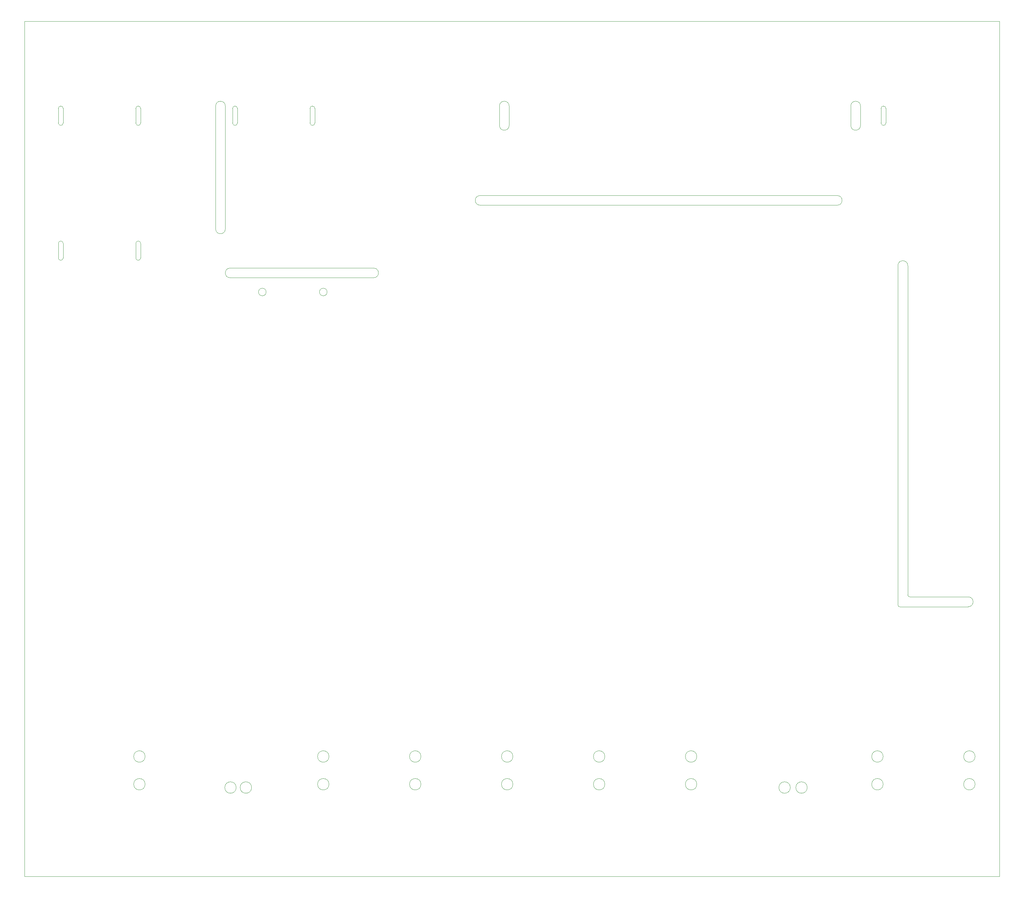
<source format=gm1>
G04 #@! TF.GenerationSoftware,KiCad,Pcbnew,(5.1.6)-1*
G04 #@! TF.CreationDate,2023-01-22T17:07:03+01:00*
G04 #@! TF.ProjectId,central-control-unit,63656e74-7261-46c2-9d63-6f6e74726f6c,rev?*
G04 #@! TF.SameCoordinates,Original*
G04 #@! TF.FileFunction,Profile,NP*
%FSLAX46Y46*%
G04 Gerber Fmt 4.6, Leading zero omitted, Abs format (unit mm)*
G04 Created by KiCad (PCBNEW (5.1.6)-1) date 2023-01-22 17:07:03*
%MOMM*%
%LPD*%
G01*
G04 APERTURE LIST*
G04 #@! TA.AperFunction,Profile*
%ADD10C,0.050000*%
G04 #@! TD*
G04 APERTURE END LIST*
D10*
X135445500Y-55245000D02*
X135445500Y-50165000D01*
X137985500Y-50165000D02*
X137985500Y-55245000D01*
X135445500Y-50165000D02*
G75*
G02*
X137985500Y-50165000I1270000J0D01*
G01*
X137985500Y-55245000D02*
G75*
G02*
X135445500Y-55245000I-1270000J0D01*
G01*
X102425500Y-92710000D02*
G75*
G02*
X102425500Y-95250000I0J-1270000D01*
G01*
X90216500Y-98993500D02*
G75*
G03*
X90216500Y-98993500I-1000000J0D01*
G01*
X74216500Y-98993500D02*
G75*
G03*
X74216500Y-98993500I-1000000J0D01*
G01*
X70397500Y-229108000D02*
G75*
G03*
X70397500Y-229108000I-1500000J0D01*
G01*
X66357500Y-229108000D02*
G75*
G03*
X66357500Y-229108000I-1500000J0D01*
G01*
X163107500Y-228243000D02*
G75*
G03*
X163107500Y-228243000I-1500000J0D01*
G01*
X163107500Y-220956000D02*
G75*
G03*
X163107500Y-220956000I-1500000J0D01*
G01*
X260262500Y-228243000D02*
G75*
G03*
X260262500Y-228243000I-1500000J0D01*
G01*
X260262500Y-220956000D02*
G75*
G03*
X260262500Y-220956000I-1500000J0D01*
G01*
X236132500Y-228243000D02*
G75*
G03*
X236132500Y-228243000I-1500000J0D01*
G01*
X236132500Y-220956000D02*
G75*
G03*
X236132500Y-220956000I-1500000J0D01*
G01*
X216217500Y-229108000D02*
G75*
G03*
X216217500Y-229108000I-1500000J0D01*
G01*
X211772500Y-229108000D02*
G75*
G03*
X211772500Y-229108000I-1500000J0D01*
G01*
X187237500Y-228243000D02*
G75*
G03*
X187237500Y-228243000I-1500000J0D01*
G01*
X187237500Y-220956000D02*
G75*
G03*
X187237500Y-220956000I-1500000J0D01*
G01*
X138977500Y-228243000D02*
G75*
G03*
X138977500Y-228243000I-1500000J0D01*
G01*
X138977500Y-220956000D02*
G75*
G03*
X138977500Y-220956000I-1500000J0D01*
G01*
X114847500Y-228243000D02*
G75*
G03*
X114847500Y-228243000I-1500000J0D01*
G01*
X114847500Y-220956000D02*
G75*
G03*
X114847500Y-220956000I-1500000J0D01*
G01*
X90717500Y-228243000D02*
G75*
G03*
X90717500Y-228243000I-1500000J0D01*
G01*
X90717500Y-220956000D02*
G75*
G03*
X90717500Y-220956000I-1500000J0D01*
G01*
X42457500Y-220956000D02*
G75*
G03*
X42457500Y-220956000I-1500000J0D01*
G01*
X42457500Y-228243000D02*
G75*
G03*
X42457500Y-228243000I-1500000J0D01*
G01*
X19685000Y-90043000D02*
X19685000Y-86233000D01*
X20955000Y-86233000D02*
X20955000Y-90043000D01*
X20955000Y-90043000D02*
G75*
G02*
X19685000Y-90043000I-635000J0D01*
G01*
X19685000Y-86233000D02*
G75*
G02*
X20955000Y-86233000I635000J0D01*
G01*
X40005000Y-90043000D02*
X40005000Y-86233000D01*
X41275000Y-86233000D02*
X41275000Y-90043000D01*
X41275000Y-90043000D02*
G75*
G02*
X40005000Y-90043000I-635000J0D01*
G01*
X40005000Y-86233000D02*
G75*
G02*
X41275000Y-86233000I635000J0D01*
G01*
X230187500Y-55245000D02*
G75*
G02*
X227647500Y-55245000I-1270000J0D01*
G01*
X227647500Y-50165000D02*
G75*
G02*
X230187500Y-50165000I1270000J0D01*
G01*
X66675000Y-54610000D02*
G75*
G02*
X65405000Y-54610000I-635000J0D01*
G01*
X236855000Y-54610000D02*
G75*
G02*
X235585000Y-54610000I-635000J0D01*
G01*
X235585000Y-50800000D02*
G75*
G02*
X236855000Y-50800000I635000J0D01*
G01*
X86995000Y-54610000D02*
G75*
G02*
X85725000Y-54610000I-635000J0D01*
G01*
X85725000Y-50800000D02*
G75*
G02*
X86995000Y-50800000I635000J0D01*
G01*
X65405000Y-50800000D02*
G75*
G02*
X66675000Y-50800000I635000J0D01*
G01*
X41275000Y-54610000D02*
G75*
G02*
X40005000Y-54610000I-635000J0D01*
G01*
X40005000Y-50800000D02*
G75*
G02*
X41275000Y-50800000I635000J0D01*
G01*
X20955000Y-54610000D02*
G75*
G02*
X19685000Y-54610000I-635000J0D01*
G01*
X19685000Y-50800000D02*
G75*
G02*
X20955000Y-50800000I635000J0D01*
G01*
X236855000Y-50800000D02*
X236855000Y-54610000D01*
X235585000Y-54610000D02*
X235585000Y-50800000D01*
X20955000Y-50800000D02*
X20955000Y-54610000D01*
X19685000Y-54610000D02*
X19685000Y-50800000D01*
X41275000Y-50800000D02*
X41275000Y-54610000D01*
X40005000Y-54610000D02*
X40005000Y-50800000D01*
X66675000Y-50800000D02*
X66675000Y-54610000D01*
X65405000Y-54610000D02*
X65405000Y-50800000D01*
X86995000Y-50800000D02*
X86995000Y-54610000D01*
X85725000Y-54610000D02*
X85725000Y-50800000D01*
X230187500Y-50165000D02*
X230187500Y-55245000D01*
X227647500Y-55245000D02*
X227647500Y-50165000D01*
X60960000Y-50165000D02*
G75*
G02*
X63500000Y-50165000I1270000J0D01*
G01*
X63500000Y-82423000D02*
G75*
G02*
X60960000Y-82423000I-1270000J0D01*
G01*
X64770000Y-95250000D02*
G75*
G02*
X64770000Y-92710000I0J1270000D01*
G01*
X130365500Y-76200000D02*
G75*
G02*
X130365500Y-73660000I0J1270000D01*
G01*
X224091500Y-73660000D02*
G75*
G02*
X224091500Y-76200000I0J-1270000D01*
G01*
X240507218Y-181637307D02*
G75*
G02*
X240004600Y-181165500I-25098J476887D01*
G01*
X243103098Y-179038887D02*
G75*
G02*
X242600480Y-178567080I-25098J476887D01*
G01*
X240000000Y-92075000D02*
G75*
G02*
X242600000Y-92075000I1300000J0D01*
G01*
X258445000Y-179040000D02*
G75*
G02*
X258445000Y-181640000I0J-1300000D01*
G01*
X60960000Y-82423000D02*
X60960000Y-50165000D01*
X63500000Y-50165000D02*
X63500000Y-82423000D01*
X102425500Y-92710000D02*
X64770000Y-92710000D01*
X64770000Y-95250000D02*
X102425500Y-95250000D01*
X224091500Y-73660000D02*
X130365500Y-73660000D01*
X130365500Y-76200000D02*
X224091500Y-76200000D01*
X258445000Y-179040000D02*
X243103098Y-179038887D01*
X258445000Y-181640000D02*
X240507218Y-181637307D01*
X242600480Y-178567080D02*
X242600000Y-92075000D01*
X240000000Y-92075000D02*
X240004600Y-181165500D01*
X10795000Y-252476000D02*
X10795000Y-27940000D01*
X266700000Y-27940000D02*
X10795000Y-27940000D01*
X266700000Y-71120000D02*
X266700000Y-27940000D01*
X266700000Y-252476000D02*
X266700000Y-71120000D01*
X10795000Y-252476000D02*
X266700000Y-252476000D01*
M02*

</source>
